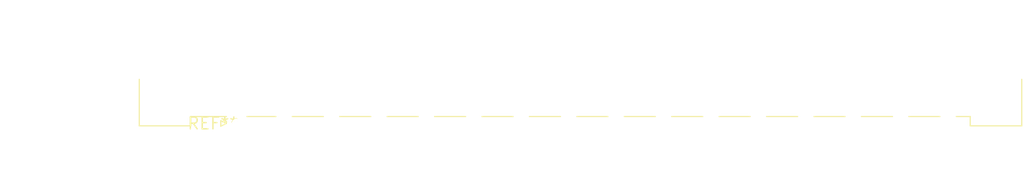
<source format=kicad_pcb>
(kicad_pcb (version 20240108) (generator pcbnew)
  (layers (0 "F.Cu" signal) (31 "B.Cu" signal) (34 "B.Paste" user) (35 "F.Paste" user) (36 "B.SilkS" user "B.Silkscreen") (37 "F.SilkS" user "F.Silkscreen") (38 "B.Mask" user) (39 "F.Mask" user) (44 "Edge.Cuts" user))
  (net 0 "")
  (footprint "DIN41612_F_2x16_RowsZD_Male_Horizontal_THT" (layer "F.Cu") (at 0 0)
    (property "Reference" "REF**")
    (property "Value" "DIN41612_F_2x16_RowsZD_Male_Horizontal_THT")
    (fp_line (start -7.89 -4.74) (end -7.89 0.26) (layer "F.SilkS") (stroke (width 0.12)))
    (fp_line (start -7.89 0.26) (end -2.37 0.26) (layer "F.SilkS") (stroke (width 0.12)))
    (fp_line (start -2.371 -0.74) (end 1.445 -0.74) (layer "F.SilkS") (stroke (width 0.12)))
    (fp_line (start -2.37 0.26) (end -2.37 -0.74) (layer "F.SilkS") (stroke (width 0.12)))
    (fp_line (start 0.845 -0.3) (end 0.845 0.3) (layer "F.SilkS") (stroke (width 0.12)))
    (fp_line (start 0.845 0.3) (end 1.445 0) (layer "F.SilkS") (stroke (width 0.12)))
    (fp_line (start 1.445 0) (end 0.845 -0.3) (layer "F.SilkS") (stroke (width 0.12)))
    (fp_line (start 3.635 -0.74) (end 6.751 -0.74) (layer "F.SilkS") (stroke (width 0.12)))
    (fp_line (start 8.49 -0.74) (end 11.831 -0.74) (layer "F.SilkS") (stroke (width 0.12)))
    (fp_line (start 13.57 -0.74) (end 16.911 -0.74) (layer "F.SilkS") (stroke (width 0.12)))
    (fp_line (start 18.65 -0.74) (end 21.991 -0.74) (layer "F.SilkS") (stroke (width 0.12)))
    (fp_line (start 23.73 -0.74) (end 27.071 -0.74) (layer "F.SilkS") (stroke (width 0.12)))
    (fp_line (start 28.81 -0.74) (end 32.151 -0.74) (layer "F.SilkS") (stroke (width 0.12)))
    (fp_line (start 33.89 -0.74) (end 37.231 -0.74) (layer "F.SilkS") (stroke (width 0.12)))
    (fp_line (start 38.97 -0.74) (end 42.311 -0.74) (layer "F.SilkS") (stroke (width 0.12)))
    (fp_line (start 44.05 -0.74) (end 47.391 -0.74) (layer "F.SilkS") (stroke (width 0.12)))
    (fp_line (start 49.13 -0.74) (end 52.471 -0.74) (layer "F.SilkS") (stroke (width 0.12)))
    (fp_line (start 54.21 -0.74) (end 57.551 -0.74) (layer "F.SilkS") (stroke (width 0.12)))
    (fp_line (start 59.29 -0.74) (end 62.631 -0.74) (layer "F.SilkS") (stroke (width 0.12)))
    (fp_line (start 64.37 -0.74) (end 67.711 -0.74) (layer "F.SilkS") (stroke (width 0.12)))
    (fp_line (start 69.45 -0.74) (end 72.791 -0.74) (layer "F.SilkS") (stroke (width 0.12)))
    (fp_line (start 74.53 -0.74) (end 77.871 -0.74) (layer "F.SilkS") (stroke (width 0.12)))
    (fp_line (start 79.61 -0.74) (end 81.11 -0.74) (layer "F.SilkS") (stroke (width 0.12)))
    (fp_line (start 81.11 0.26) (end 81.11 -0.74) (layer "F.SilkS") (stroke (width 0.12)))
    (fp_line (start 86.63 -4.74) (end 86.63 0.26) (layer "F.SilkS") (stroke (width 0.12)))
    (fp_line (start 86.63 0.26) (end 81.11 0.26) (layer "F.SilkS") (stroke (width 0.12)))
    (pad "" np_thru_hole circle (at -5.08 -2.54) (size 2.85 2.85) (drill 2.85) (layers *.Cu *.Mask))
    (pad "" np_thru_hole circle (at 83.82 -2.54) (size 2.85 2.85) (drill 2.85) (layers *.Cu *.Mask))
    (pad "d2" thru_hole circle (at 2.54 5.08) (size 1.55 1.55) (drill 1) (layers *.Cu *.Mask) (remove_unused_layers))
    (pad "d4" thru_hole circle (at 7.62 5.08) (size 1.55 1.55) (drill 1) (layers *.Cu *.Mask) (remove_unused_layers))
    (pad "d6" thru_hole circle (at 12.7 5.08) (size 1.55 1.55) (drill 1) (layers *.Cu *.Mask) (remove_unused_layers))
    (pad "d8" thru_hole circle (at 17.78 5.08) (size 1.55 1.55) (drill 1) (layers *.Cu *.Mask) (remove_unused_layers))
    (pad "d10" thru_hole circle (at 22.86 5.08) (size 1.55 1.55) (drill 1) (layers *.Cu *.Mask) (remove_unused_layers))
    (pad "d12" thru_hole circle (at 27.94 5.08) (size 1.55 1.55) (drill 1) (layers *.Cu *.Mask) (remove_unused_layers))
    (pad "d14" thru_hole circle (at 33.02 5.08) (size 1.55 1.55) (drill 1) (layers *.Cu *.Mask) (remove_unused_layers))
    (pad "d16" thru_hole circle (at 38.1 5.08) (size 1.55 1.55) (drill 1) (layers *.Cu *.Mask) (remove_unused_layers))
    (pad "d18" thru_hole circle (at 43.18 5.08) (size 1.55 1.55) (drill 1) (layers *.Cu *.Mask) (remove_unused_layers))
    (pad "d20" thru_hole circle (at 48.26 5.08) (size 1.55 1.55) (drill 1) (layers *.Cu *.Mask) (remove_unused_layers))
    (pad "d22" thru_hole circle (at 53.34 5.08) (size 1.55 1.55) (drill 1) (layers *.Cu *.Mask) (remove_unused_layers))
    (pad "d24" thru_hole circle (at 58.42 5.08) (size 1.55 1.55) (drill 1) (layers *.Cu *.Mask) (remove_unused_layers))
    (pad "d26" thru_hole circle (at 63.5 5.08) (size 1.55 1.55) (drill 1) (layers *.Cu *.Mask) (remove_unused_layers))
    (pad "d28" thru_hole circle (at 68.58 5.08) (size 1.55 1.55) (drill 1) (layers *.Cu *.Mask) (remove_unused_layers))
    (pad "d30" thru_hole circle (at 73.66 5.08) (size 1.55 1.55) (drill 1) (layers *.Cu *.Mask) (remove_unused_layers))
    (pad "d32" thru_hole circle (at 78.74 5.08) (size 1.55 1.55) (drill 1) (layers *.Cu *.Mask) (remove_unused_layers))
    (pad "z2" thru_hole roundrect (at 2.54 0) (size 1.55 1.55) (drill 1) (layers *.Cu *.Mask) (remove_unused_layers) (roundrect_rratio 0.16129))
    (pad "z4" thru_hole circle (at 7.62 0) (size 1.55 1.55) (drill 1) (layers *.Cu *.Mask) (remove_unused_layers))
    (pad "z6" thru_hole circle (at 12.7 0) (size 1.55 1.55) (drill 1) (layers *.Cu *.Mask) (remove_unused_layers))
    (pad "z8" thru_hole circle (at 17.78 0) (size 1.55 1.55) (drill 1) (layers *.Cu *.Mask) (remove_unused_layers))
    (pad "z10" thru_hole circle (at 22.86 0) (size 1.55 1.55) (drill 1) (layers *.Cu *.Mask) (remove_unused_layers))
    (pad "z12" thru_hole circle (at 27.94 0) (size 1.55 1.55) (drill 1) (layers *.Cu *.Mask) (remove_unused_layers))
    (pad "z14" thru_hole circle (at 33.02 0) (size 1.55 1.55) (drill 1) (layers *.Cu *.Mask) (remove_unused_layers))
    (pad "z16" thru_hole circle (at 38.1 0) (size 1.55 1.55) (drill 1) (layers *.Cu *.Mask) (remove_unused_layers))
    (pad "z18" thru_hole circle (at 43.18 0) (size 1.55 1.55) (drill 1) (layers *.Cu *.Mask) (remove_unused_layers))
    (pad "z20" thru_hole circle (at 48.26 0) (size 1.55 1.55) (drill 1) (layers *.Cu *.Mask) (remove_unused_layers))
    (pad "z22" thru_hole circle (at 53.34 0) (size 1.55 1.55) (drill 1) (layers *.Cu *.Mask) (remove_unused_layers))
    (pad "z24" thru_hole circle (at 58.42 0) (size 1.55 1.55) (drill 1) (layers *.Cu *.Mask) (remove_unused_layers))
    (pad "z26" thru_hole circle (at 63.5 0) (size 1.55 1.55) (drill 1) (layers *.Cu *.Mask) (remove_unused_layers))
    (pad "z28" thru_hole circle (at 68.58 0) (size 1.55 1.55) (drill 1) (layers *.Cu *.Mask) (remove_unused_layers))
    (pad "z30" thru_hole circle (at 73.66 0) (size 1.55 1.55) (drill 1) (layers *.Cu *.Mask) (remove_unused_layers))
    (pad "z32" thru_hole circle (at 78.74 0) (size 1.55 1.55) (drill 1) (layers *.Cu *.Mask) (remove_unused_layers))
  )
)
</source>
